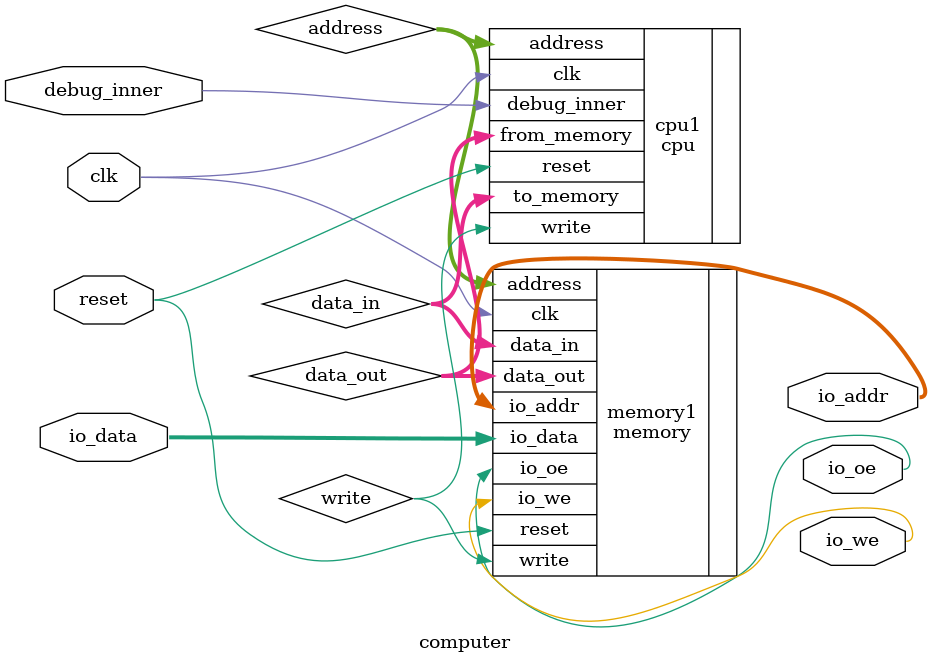
<source format=v>
module computer(
    input clk,
    input reset,
    input debug_inner,
    inout [7:0] io_data,   // 8-bit bidirectional data bus
    output [3:0] io_addr,   // 4-bit I/O port address
    output io_oe,           // Output enable (1 = computer driving bus)
    output io_we            // Write enable (1 = write operation)
);
    wire [7:0] address;
    wire [7:0] data_in;
    wire [7:0] data_out;
    wire write;
    
    cpu cpu1 (
        .clk(clk),
        .reset(reset),
        .debug_inner(debug_inner),
        .address(address),
        .write(write),
        .to_memory(data_in),
        .from_memory(data_out)
    );
    
    memory memory1 (
        .clk(clk),
        .reset(reset),
        .write(write),
        .address(address),
        .data_in(data_in),
        .data_out(data_out),
        .io_data(io_data),
        .io_addr(io_addr),
        .io_oe(io_oe),
        .io_we(io_we)
    );
endmodule
</source>
